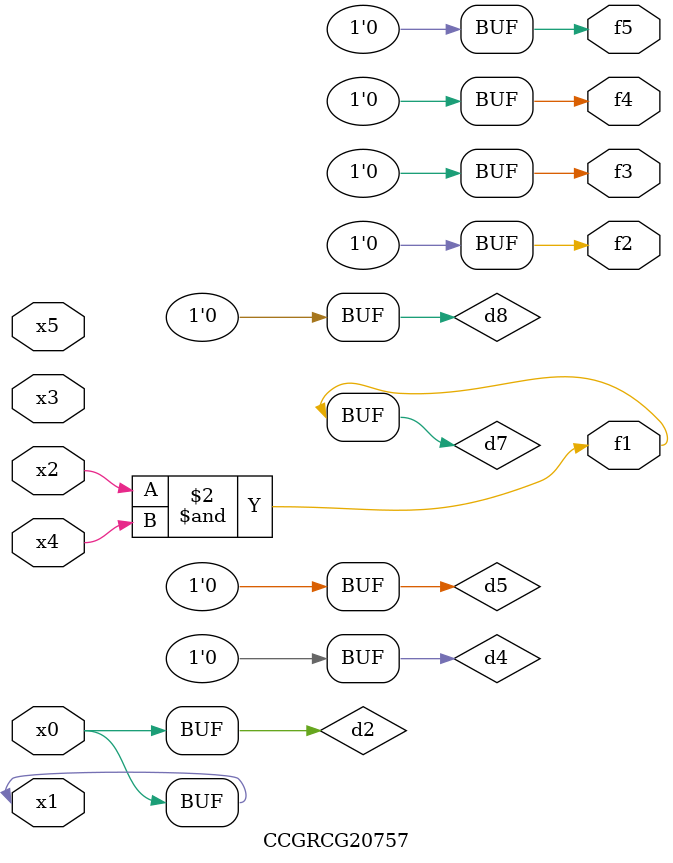
<source format=v>
module CCGRCG20757(
	input x0, x1, x2, x3, x4, x5,
	output f1, f2, f3, f4, f5
);

	wire d1, d2, d3, d4, d5, d6, d7, d8, d9;

	nand (d1, x1);
	buf (d2, x0, x1);
	nand (d3, x2, x4);
	and (d4, d1, d2);
	and (d5, d1, d2);
	nand (d6, d1, d3);
	not (d7, d3);
	xor (d8, d5);
	nor (d9, d5, d6);
	assign f1 = d7;
	assign f2 = d8;
	assign f3 = d8;
	assign f4 = d8;
	assign f5 = d8;
endmodule

</source>
